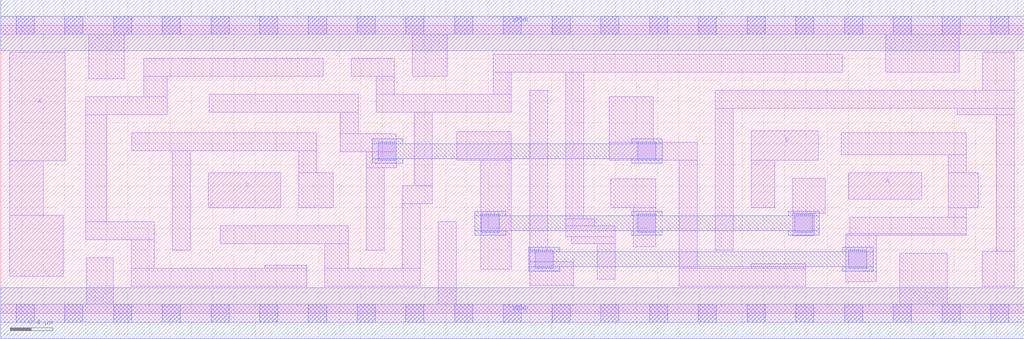
<source format=lef>
# Copyright 2020 The SkyWater PDK Authors
#
# Licensed under the Apache License, Version 2.0 (the "License");
# you may not use this file except in compliance with the License.
# You may obtain a copy of the License at
#
#     https://www.apache.org/licenses/LICENSE-2.0
#
# Unless required by applicable law or agreed to in writing, software
# distributed under the License is distributed on an "AS IS" BASIS,
# WITHOUT WARRANTIES OR CONDITIONS OF ANY KIND, either express or implied.
# See the License for the specific language governing permissions and
# limitations under the License.
#
# SPDX-License-Identifier: Apache-2.0

VERSION 5.7 ;
  NAMESCASESENSITIVE ON ;
  NOWIREEXTENSIONATPIN ON ;
  DIVIDERCHAR "/" ;
  BUSBITCHARS "[]" ;
UNITS
  DATABASE MICRONS 200 ;
END UNITS
PROPERTYDEFINITIONS
  MACRO maskLayoutSubType STRING ;
  MACRO prCellType STRING ;
  MACRO originalViewName STRING ;
END PROPERTYDEFINITIONS
MACRO sky130_fd_sc_hdll__xor3_1
  CLASS CORE ;
  FOREIGN sky130_fd_sc_hdll__xor3_1 ;
  ORIGIN  0.000000  0.000000 ;
  SIZE  9.660000 BY  2.720000 ;
  SYMMETRY X Y R90 ;
  SITE unithd ;
  PIN A
    ANTENNAGATEAREA  0.276000 ;
    DIRECTION INPUT ;
    USE SIGNAL ;
    PORT
      LAYER li1 ;
        RECT 8.005000 1.075000 8.695000 1.325000 ;
    END
  END A
  PIN B
    ANTENNAGATEAREA  0.735900 ;
    DIRECTION INPUT ;
    USE SIGNAL ;
    PORT
      LAYER li1 ;
        RECT 7.085000 0.995000 7.305000 1.445000 ;
        RECT 7.085000 1.445000 7.715000 1.725000 ;
    END
  END B
  PIN C
    ANTENNAGATEAREA  0.425400 ;
    DIRECTION INPUT ;
    USE SIGNAL ;
    PORT
      LAYER li1 ;
        RECT 1.960000 0.995000 2.645000 1.325000 ;
    END
  END C
  PIN X
    ANTENNADIFFAREA  0.472000 ;
    DIRECTION OUTPUT ;
    USE SIGNAL ;
    PORT
      LAYER li1 ;
        RECT 0.085000 0.350000 0.590000 0.925000 ;
        RECT 0.085000 0.925000 0.400000 1.440000 ;
        RECT 0.085000 1.440000 0.610000 2.465000 ;
    END
  END X
  PIN VGND
    DIRECTION INOUT ;
    USE GROUND ;
    PORT
      LAYER met1 ;
        RECT 0.000000 -0.240000 9.660000 0.240000 ;
    END
  END VGND
  PIN VPWR
    DIRECTION INOUT ;
    USE POWER ;
    PORT
      LAYER met1 ;
        RECT 0.000000 2.480000 9.660000 2.960000 ;
    END
  END VPWR
  OBS
    LAYER li1 ;
      RECT 0.000000 -0.085000 9.660000 0.085000 ;
      RECT 0.000000  2.635000 9.660000 2.805000 ;
      RECT 0.800000  0.695000 1.450000 0.865000 ;
      RECT 0.800000  0.865000 1.000000 1.875000 ;
      RECT 0.800000  1.875000 1.570000 2.045000 ;
      RECT 0.810000  0.085000 1.060000 0.525000 ;
      RECT 0.830000  2.215000 1.165000 2.635000 ;
      RECT 1.230000  0.255000 2.890000 0.425000 ;
      RECT 1.230000  0.425000 1.450000 0.695000 ;
      RECT 1.235000  1.535000 2.985000 1.705000 ;
      RECT 1.350000  2.045000 1.570000 2.235000 ;
      RECT 1.350000  2.235000 3.045000 2.405000 ;
      RECT 1.620000  0.595000 1.790000 1.535000 ;
      RECT 1.970000  1.895000 3.375000 2.065000 ;
      RECT 2.070000  0.655000 3.280000 0.825000 ;
      RECT 2.490000  0.425000 2.890000 0.455000 ;
      RECT 2.815000  0.995000 3.140000 1.325000 ;
      RECT 2.815000  1.325000 2.985000 1.535000 ;
      RECT 3.060000  0.255000 3.960000 0.425000 ;
      RECT 3.060000  0.425000 3.280000 0.655000 ;
      RECT 3.205000  1.525000 3.735000 1.695000 ;
      RECT 3.205000  1.695000 3.375000 1.895000 ;
      RECT 3.310000  2.235000 3.715000 2.405000 ;
      RECT 3.450000  0.595000 3.620000 1.375000 ;
      RECT 3.450000  1.375000 3.735000 1.525000 ;
      RECT 3.545000  1.895000 4.820000 2.065000 ;
      RECT 3.545000  2.065000 3.715000 2.235000 ;
      RECT 3.790000  0.425000 3.960000 1.035000 ;
      RECT 3.790000  1.035000 4.075000 1.205000 ;
      RECT 3.885000  2.235000 4.215000 2.635000 ;
      RECT 3.905000  1.205000 4.075000 1.895000 ;
      RECT 4.130000  0.085000 4.300000 0.865000 ;
      RECT 4.305000  1.445000 4.820000 1.715000 ;
      RECT 4.530000  0.415000 4.820000 1.445000 ;
      RECT 4.650000  2.065000 4.820000 2.275000 ;
      RECT 4.650000  2.275000 7.945000 2.445000 ;
      RECT 4.995000  0.265000 5.410000 0.485000 ;
      RECT 4.995000  0.485000 5.215000 0.595000 ;
      RECT 4.995000  0.595000 5.165000 2.105000 ;
      RECT 5.335000  0.720000 5.800000 0.825000 ;
      RECT 5.335000  0.825000 5.605000 0.890000 ;
      RECT 5.335000  0.890000 5.505000 2.275000 ;
      RECT 5.385000  0.655000 5.800000 0.720000 ;
      RECT 5.630000  0.320000 5.800000 0.655000 ;
      RECT 5.745000  1.445000 6.575000 1.615000 ;
      RECT 5.745000  1.615000 6.160000 2.045000 ;
      RECT 5.760000  0.995000 6.185000 1.270000 ;
      RECT 5.970000  0.630000 6.185000 0.995000 ;
      RECT 6.405000  0.255000 7.600000 0.425000 ;
      RECT 6.405000  0.425000 6.575000 1.445000 ;
      RECT 6.745000  0.595000 6.915000 1.935000 ;
      RECT 6.745000  1.935000 9.565000 2.105000 ;
      RECT 7.085000  0.425000 7.600000 0.465000 ;
      RECT 7.475000  0.730000 7.680000 0.945000 ;
      RECT 7.475000  0.945000 7.785000 1.275000 ;
      RECT 7.935000  1.495000 9.115000 1.705000 ;
      RECT 7.975000  0.295000 8.265000 0.735000 ;
      RECT 7.975000  0.735000 9.115000 0.750000 ;
      RECT 8.015000  0.750000 9.115000 0.905000 ;
      RECT 8.355000  2.275000 9.050000 2.635000 ;
      RECT 8.485000  0.085000 8.935000 0.565000 ;
      RECT 8.945000  0.905000 9.115000 0.995000 ;
      RECT 8.945000  0.995000 9.225000 1.325000 ;
      RECT 8.945000  1.325000 9.115000 1.495000 ;
      RECT 9.030000  1.875000 9.565000 1.935000 ;
      RECT 9.265000  0.255000 9.565000 0.585000 ;
      RECT 9.270000  2.105000 9.565000 2.465000 ;
      RECT 9.395000  0.585000 9.565000 1.875000 ;
    LAYER mcon ;
      RECT 0.145000 -0.085000 0.315000 0.085000 ;
      RECT 0.145000  2.635000 0.315000 2.805000 ;
      RECT 0.605000 -0.085000 0.775000 0.085000 ;
      RECT 0.605000  2.635000 0.775000 2.805000 ;
      RECT 1.065000 -0.085000 1.235000 0.085000 ;
      RECT 1.065000  2.635000 1.235000 2.805000 ;
      RECT 1.525000 -0.085000 1.695000 0.085000 ;
      RECT 1.525000  2.635000 1.695000 2.805000 ;
      RECT 1.985000 -0.085000 2.155000 0.085000 ;
      RECT 1.985000  2.635000 2.155000 2.805000 ;
      RECT 2.445000 -0.085000 2.615000 0.085000 ;
      RECT 2.445000  2.635000 2.615000 2.805000 ;
      RECT 2.905000 -0.085000 3.075000 0.085000 ;
      RECT 2.905000  2.635000 3.075000 2.805000 ;
      RECT 3.365000 -0.085000 3.535000 0.085000 ;
      RECT 3.365000  2.635000 3.535000 2.805000 ;
      RECT 3.565000  1.445000 3.735000 1.615000 ;
      RECT 3.825000 -0.085000 3.995000 0.085000 ;
      RECT 3.825000  2.635000 3.995000 2.805000 ;
      RECT 4.285000 -0.085000 4.455000 0.085000 ;
      RECT 4.285000  2.635000 4.455000 2.805000 ;
      RECT 4.535000  0.765000 4.705000 0.935000 ;
      RECT 4.745000 -0.085000 4.915000 0.085000 ;
      RECT 4.745000  2.635000 4.915000 2.805000 ;
      RECT 5.045000  0.425000 5.215000 0.595000 ;
      RECT 5.205000 -0.085000 5.375000 0.085000 ;
      RECT 5.205000  2.635000 5.375000 2.805000 ;
      RECT 5.665000 -0.085000 5.835000 0.085000 ;
      RECT 5.665000  2.635000 5.835000 2.805000 ;
      RECT 6.015000  0.765000 6.185000 0.935000 ;
      RECT 6.015000  1.445000 6.185000 1.615000 ;
      RECT 6.125000 -0.085000 6.295000 0.085000 ;
      RECT 6.125000  2.635000 6.295000 2.805000 ;
      RECT 6.585000 -0.085000 6.755000 0.085000 ;
      RECT 6.585000  2.635000 6.755000 2.805000 ;
      RECT 7.045000 -0.085000 7.215000 0.085000 ;
      RECT 7.045000  2.635000 7.215000 2.805000 ;
      RECT 7.495000  0.765000 7.665000 0.935000 ;
      RECT 7.505000 -0.085000 7.675000 0.085000 ;
      RECT 7.505000  2.635000 7.675000 2.805000 ;
      RECT 7.965000 -0.085000 8.135000 0.085000 ;
      RECT 7.965000  2.635000 8.135000 2.805000 ;
      RECT 8.005000  0.425000 8.175000 0.595000 ;
      RECT 8.425000 -0.085000 8.595000 0.085000 ;
      RECT 8.425000  2.635000 8.595000 2.805000 ;
      RECT 8.885000 -0.085000 9.055000 0.085000 ;
      RECT 8.885000  2.635000 9.055000 2.805000 ;
      RECT 9.345000 -0.085000 9.515000 0.085000 ;
      RECT 9.345000  2.635000 9.515000 2.805000 ;
    LAYER met1 ;
      RECT 3.505000 1.415000 3.795000 1.460000 ;
      RECT 3.505000 1.460000 6.245000 1.600000 ;
      RECT 3.505000 1.600000 3.795000 1.645000 ;
      RECT 4.475000 0.735000 4.765000 0.780000 ;
      RECT 4.475000 0.780000 7.725000 0.920000 ;
      RECT 4.475000 0.920000 4.765000 0.965000 ;
      RECT 4.985000 0.395000 5.275000 0.440000 ;
      RECT 4.985000 0.440000 8.235000 0.580000 ;
      RECT 4.985000 0.580000 5.275000 0.625000 ;
      RECT 5.955000 0.735000 6.245000 0.780000 ;
      RECT 5.955000 0.920000 6.245000 0.965000 ;
      RECT 5.955000 1.415000 6.245000 1.460000 ;
      RECT 5.955000 1.600000 6.245000 1.645000 ;
      RECT 7.435000 0.735000 7.725000 0.780000 ;
      RECT 7.435000 0.920000 7.725000 0.965000 ;
      RECT 7.945000 0.395000 8.235000 0.440000 ;
      RECT 7.945000 0.580000 8.235000 0.625000 ;
  END
  PROPERTY maskLayoutSubType "abstract" ;
  PROPERTY prCellType "standard" ;
  PROPERTY originalViewName "layout" ;
END sky130_fd_sc_hdll__xor3_1

</source>
